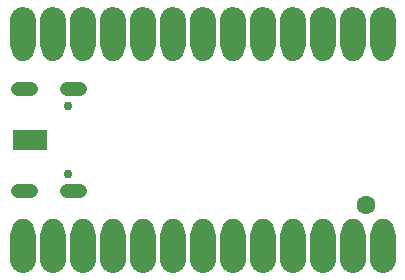
<source format=gbr>
G04 EAGLE Gerber RS-274X export*
G75*
%MOMM*%
%FSLAX34Y34*%
%LPD*%
%INSoldermask Bottom*%
%IPPOS*%
%AMOC8*
5,1,8,0,0,1.08239X$1,22.5*%
G01*
%ADD10C,1.601600*%
%ADD11C,1.879600*%
%ADD12C,2.197100*%
%ADD13C,1.209600*%
%ADD14C,0.751600*%
%ADD15R,2.921000X1.651000*%


D10*
X303022Y34036D03*
D11*
X12700Y12700D03*
X38100Y12700D03*
X63500Y12700D03*
X88900Y12700D03*
X114300Y12700D03*
X139700Y12700D03*
X165100Y12700D03*
D12*
X12700Y7938D02*
X12700Y-13018D01*
X38100Y-13018D02*
X38100Y7938D01*
X63500Y7938D02*
X63500Y-13018D01*
X88900Y-13018D02*
X88900Y7938D01*
X114300Y7938D02*
X114300Y-13018D01*
X139700Y-13018D02*
X139700Y7938D01*
X165100Y7938D02*
X165100Y-13018D01*
D11*
X190500Y12700D03*
X215900Y12700D03*
X241300Y12700D03*
X266700Y12700D03*
X292100Y12700D03*
D12*
X190500Y7938D02*
X190500Y-13018D01*
X215900Y-13018D02*
X215900Y7938D01*
X241300Y7938D02*
X241300Y-13018D01*
X266700Y-13018D02*
X266700Y7938D01*
X292100Y7938D02*
X292100Y-13018D01*
D11*
X317500Y12700D03*
D12*
X317500Y7938D02*
X317500Y-13018D01*
D13*
X19475Y132100D02*
X8395Y132100D01*
X8395Y45700D02*
X19475Y45700D01*
X50195Y45700D02*
X61275Y45700D01*
X61275Y132100D02*
X50195Y132100D01*
D14*
X50735Y60000D03*
X50735Y117800D03*
D11*
X317500Y165100D03*
X292100Y165100D03*
X266700Y165100D03*
X241300Y165100D03*
X215900Y165100D03*
X190500Y165100D03*
X165100Y165100D03*
D12*
X317500Y169863D02*
X317500Y190818D01*
X292100Y190818D02*
X292100Y169863D01*
X266700Y169863D02*
X266700Y190818D01*
X241300Y190818D02*
X241300Y169863D01*
X215900Y169863D02*
X215900Y190818D01*
X190500Y190818D02*
X190500Y169863D01*
X165100Y169863D02*
X165100Y190818D01*
D11*
X139700Y165100D03*
X114300Y165100D03*
X88900Y165100D03*
X63500Y165100D03*
X38100Y165100D03*
D12*
X139700Y169863D02*
X139700Y190818D01*
X114300Y190818D02*
X114300Y169863D01*
X88900Y169863D02*
X88900Y190818D01*
X63500Y190818D02*
X63500Y169863D01*
X38100Y169863D02*
X38100Y190818D01*
D11*
X12700Y165100D03*
D12*
X12700Y169863D02*
X12700Y190818D01*
D15*
X19050Y88900D03*
M02*

</source>
